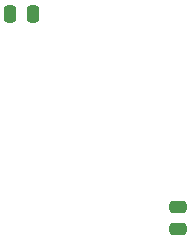
<source format=gbr>
%TF.GenerationSoftware,KiCad,Pcbnew,7.0.6-0*%
%TF.CreationDate,2023-09-14T10:32:23+10:00*%
%TF.ProjectId,Line 3.1,4c696e65-2033-42e3-912e-6b696361645f,rev?*%
%TF.SameCoordinates,Original*%
%TF.FileFunction,Paste,Top*%
%TF.FilePolarity,Positive*%
%FSLAX46Y46*%
G04 Gerber Fmt 4.6, Leading zero omitted, Abs format (unit mm)*
G04 Created by KiCad (PCBNEW 7.0.6-0) date 2023-09-14 10:32:23*
%MOMM*%
%LPD*%
G01*
G04 APERTURE LIST*
G04 Aperture macros list*
%AMRoundRect*
0 Rectangle with rounded corners*
0 $1 Rounding radius*
0 $2 $3 $4 $5 $6 $7 $8 $9 X,Y pos of 4 corners*
0 Add a 4 corners polygon primitive as box body*
4,1,4,$2,$3,$4,$5,$6,$7,$8,$9,$2,$3,0*
0 Add four circle primitives for the rounded corners*
1,1,$1+$1,$2,$3*
1,1,$1+$1,$4,$5*
1,1,$1+$1,$6,$7*
1,1,$1+$1,$8,$9*
0 Add four rect primitives between the rounded corners*
20,1,$1+$1,$2,$3,$4,$5,0*
20,1,$1+$1,$4,$5,$6,$7,0*
20,1,$1+$1,$6,$7,$8,$9,0*
20,1,$1+$1,$8,$9,$2,$3,0*%
G04 Aperture macros list end*
%ADD10RoundRect,0.250000X-0.475000X0.250000X-0.475000X-0.250000X0.475000X-0.250000X0.475000X0.250000X0*%
%ADD11RoundRect,0.250000X0.250000X0.475000X-0.250000X0.475000X-0.250000X-0.475000X0.250000X-0.475000X0*%
G04 APERTURE END LIST*
D10*
%TO.C,C1*%
X94500000Y-146550000D03*
X94500000Y-148450000D03*
%TD*%
D11*
%TO.C,C2*%
X82200000Y-130250000D03*
X80300000Y-130250000D03*
%TD*%
M02*

</source>
